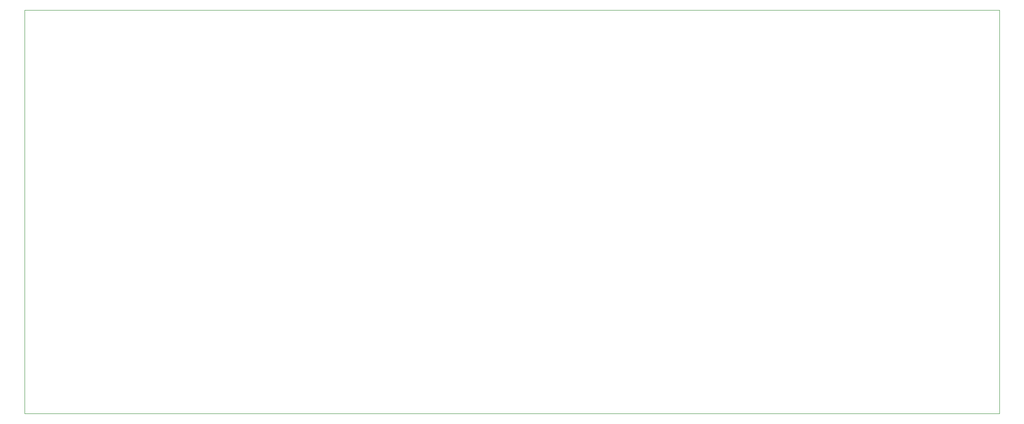
<source format=gbr>
%TF.GenerationSoftware,KiCad,Pcbnew,(6.0.0-0)*%
%TF.CreationDate,2022-01-03T20:25:41-06:00*%
%TF.ProjectId,Full Linear PSU,46756c6c-204c-4696-9e65-617220505355,0.1*%
%TF.SameCoordinates,Original*%
%TF.FileFunction,Profile,NP*%
%FSLAX46Y46*%
G04 Gerber Fmt 4.6, Leading zero omitted, Abs format (unit mm)*
G04 Created by KiCad (PCBNEW (6.0.0-0)) date 2022-01-03 20:25:41*
%MOMM*%
%LPD*%
G01*
G04 APERTURE LIST*
%TA.AperFunction,Profile*%
%ADD10C,0.100000*%
%TD*%
G04 APERTURE END LIST*
D10*
X62000000Y-62000000D02*
X250000000Y-62000000D01*
X250000000Y-62000000D02*
X250000000Y-140000000D01*
X250000000Y-140000000D02*
X62000000Y-140000000D01*
X62000000Y-140000000D02*
X62000000Y-62000000D01*
M02*

</source>
